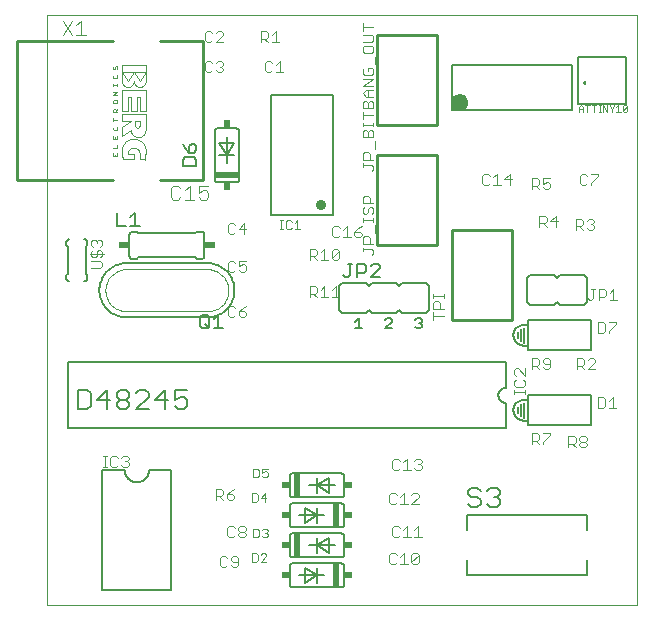
<source format=gto>
G75*
G70*
%OFA0B0*%
%FSLAX24Y24*%
%IPPOS*%
%LPD*%
%AMOC8*
5,1,8,0,0,1.08239X$1,22.5*
%
%ADD10C,0.0000*%
%ADD11C,0.0060*%
%ADD12C,0.0080*%
%ADD13C,0.0348*%
%ADD14C,0.0030*%
%ADD15C,0.0100*%
%ADD16C,0.0020*%
%ADD17C,0.0010*%
%ADD18C,0.0040*%
%ADD19R,0.0340X0.0240*%
%ADD20C,0.0050*%
%ADD21C,0.0001*%
%ADD22R,0.0200X0.0800*%
%ADD23R,0.0250X0.0200*%
%ADD24R,0.0800X0.0200*%
%ADD25R,0.0200X0.0250*%
D10*
X001180Y001180D02*
X001180Y020865D01*
X020865Y020865D01*
X020865Y001180D01*
X001180Y001180D01*
X019066Y018569D02*
X019058Y018578D01*
X019052Y018589D01*
X019050Y018601D01*
X019052Y018613D01*
X019058Y018624D01*
X019066Y018633D01*
X019077Y018639D01*
X019089Y018641D01*
X019102Y018639D01*
X019113Y018633D01*
X019121Y018624D01*
X019127Y018613D01*
X019129Y018601D01*
X019127Y018589D01*
X019121Y018578D01*
X019113Y018569D01*
X019102Y018564D01*
X019089Y018562D01*
X019077Y018564D01*
X019066Y018569D01*
D11*
X019080Y012180D02*
X018280Y012180D01*
X018180Y012080D01*
X018080Y012180D01*
X017280Y012180D01*
X017180Y012080D01*
X017180Y011280D01*
X017280Y011180D01*
X018080Y011180D01*
X018180Y011280D01*
X018280Y011180D01*
X019080Y011180D01*
X019180Y011280D01*
X019180Y012080D01*
X019080Y012180D01*
X019330Y010680D02*
X017230Y010680D01*
X017230Y010530D01*
X017230Y009830D01*
X017080Y009830D01*
X017080Y009930D02*
X017080Y010430D01*
X017080Y010530D02*
X017230Y010530D01*
X016980Y010380D02*
X016980Y009980D01*
X016880Y010080D02*
X016880Y010280D01*
X017080Y010530D02*
X017043Y010528D01*
X017007Y010522D01*
X016972Y010513D01*
X016938Y010500D01*
X016905Y010483D01*
X016874Y010463D01*
X016846Y010440D01*
X016820Y010414D01*
X016797Y010386D01*
X016777Y010355D01*
X016760Y010322D01*
X016747Y010288D01*
X016738Y010253D01*
X016732Y010217D01*
X016730Y010180D01*
X016732Y010143D01*
X016738Y010107D01*
X016747Y010072D01*
X016760Y010038D01*
X016777Y010005D01*
X016797Y009974D01*
X016820Y009946D01*
X016846Y009920D01*
X016874Y009897D01*
X016905Y009877D01*
X016938Y009860D01*
X016972Y009847D01*
X017007Y009838D01*
X017043Y009832D01*
X017080Y009830D01*
X017230Y009830D02*
X017230Y009680D01*
X019330Y009680D01*
X019330Y010680D01*
X019330Y008180D02*
X017230Y008180D01*
X017230Y008030D01*
X017230Y007330D01*
X017080Y007330D01*
X017080Y007430D02*
X017080Y007930D01*
X017080Y008030D02*
X017230Y008030D01*
X016980Y007880D02*
X016980Y007480D01*
X016880Y007580D02*
X016880Y007780D01*
X017080Y008030D02*
X017043Y008028D01*
X017007Y008022D01*
X016972Y008013D01*
X016938Y008000D01*
X016905Y007983D01*
X016874Y007963D01*
X016846Y007940D01*
X016820Y007914D01*
X016797Y007886D01*
X016777Y007855D01*
X016760Y007822D01*
X016747Y007788D01*
X016738Y007753D01*
X016732Y007717D01*
X016730Y007680D01*
X016732Y007643D01*
X016738Y007607D01*
X016747Y007572D01*
X016760Y007538D01*
X016777Y007505D01*
X016797Y007474D01*
X016820Y007446D01*
X016846Y007420D01*
X016874Y007397D01*
X016905Y007377D01*
X016938Y007360D01*
X016972Y007347D01*
X017007Y007338D01*
X017043Y007332D01*
X017080Y007330D01*
X017230Y007330D02*
X017230Y007180D01*
X019330Y007180D01*
X019330Y008180D01*
X016480Y008430D02*
X016450Y008428D01*
X016420Y008423D01*
X016391Y008414D01*
X016364Y008401D01*
X016338Y008386D01*
X016314Y008367D01*
X016293Y008346D01*
X016274Y008322D01*
X016259Y008296D01*
X016246Y008269D01*
X016237Y008240D01*
X016232Y008210D01*
X016230Y008180D01*
X016232Y008150D01*
X016237Y008120D01*
X016246Y008091D01*
X016259Y008064D01*
X016274Y008038D01*
X016293Y008014D01*
X016314Y007993D01*
X016338Y007974D01*
X016364Y007959D01*
X016391Y007946D01*
X016420Y007937D01*
X016450Y007932D01*
X016480Y007930D01*
X016480Y007080D01*
X001880Y007080D01*
X001880Y009280D01*
X016480Y009280D01*
X016480Y008430D01*
X013930Y011030D02*
X013930Y011830D01*
X013830Y011930D01*
X013030Y011930D01*
X012930Y011830D01*
X012830Y011930D01*
X012030Y011930D01*
X011930Y011830D01*
X011830Y011930D01*
X011030Y011930D01*
X010930Y011830D01*
X010930Y011030D01*
X011030Y010930D01*
X011830Y010930D01*
X011930Y011030D01*
X012030Y010930D01*
X012830Y010930D01*
X012930Y011030D01*
X013030Y010930D01*
X013830Y010930D01*
X013930Y011030D01*
X010980Y005580D02*
X009380Y005580D01*
X009363Y005578D01*
X009346Y005574D01*
X009330Y005567D01*
X009316Y005557D01*
X009303Y005544D01*
X009293Y005530D01*
X009286Y005514D01*
X009282Y005497D01*
X009280Y005480D01*
X009280Y004880D01*
X009282Y004863D01*
X009286Y004846D01*
X009293Y004830D01*
X009303Y004816D01*
X009316Y004803D01*
X009330Y004793D01*
X009346Y004786D01*
X009363Y004782D01*
X009380Y004780D01*
X010980Y004780D01*
X010997Y004782D01*
X011014Y004786D01*
X011030Y004793D01*
X011044Y004803D01*
X011057Y004816D01*
X011067Y004830D01*
X011074Y004846D01*
X011078Y004863D01*
X011080Y004880D01*
X011080Y005480D01*
X011078Y005497D01*
X011074Y005514D01*
X011067Y005530D01*
X011057Y005544D01*
X011044Y005557D01*
X011030Y005567D01*
X011014Y005574D01*
X010997Y005578D01*
X010980Y005580D01*
X010780Y005180D02*
X010180Y005180D01*
X010180Y004930D01*
X010180Y005180D02*
X009930Y005180D01*
X010180Y005180D02*
X010180Y005430D01*
X010180Y005180D02*
X010580Y005430D01*
X010580Y004930D01*
X010180Y005180D01*
X010980Y004580D02*
X009380Y004580D01*
X009363Y004578D01*
X009346Y004574D01*
X009330Y004567D01*
X009316Y004557D01*
X009303Y004544D01*
X009293Y004530D01*
X009286Y004514D01*
X009282Y004497D01*
X009280Y004480D01*
X009280Y003880D01*
X009282Y003863D01*
X009286Y003846D01*
X009293Y003830D01*
X009303Y003816D01*
X009316Y003803D01*
X009330Y003793D01*
X009346Y003786D01*
X009363Y003782D01*
X009380Y003780D01*
X010980Y003780D01*
X010997Y003782D01*
X011014Y003786D01*
X011030Y003793D01*
X011044Y003803D01*
X011057Y003816D01*
X011067Y003830D01*
X011074Y003846D01*
X011078Y003863D01*
X011080Y003880D01*
X011080Y004480D01*
X011078Y004497D01*
X011074Y004514D01*
X011067Y004530D01*
X011057Y004544D01*
X011044Y004557D01*
X011030Y004567D01*
X011014Y004574D01*
X010997Y004578D01*
X010980Y004580D01*
X010430Y004180D02*
X010180Y004180D01*
X010180Y004430D01*
X010180Y004180D02*
X010180Y003930D01*
X010180Y004180D02*
X009780Y003930D01*
X009780Y004430D01*
X010180Y004180D01*
X009580Y004180D01*
X009380Y003580D02*
X010980Y003580D01*
X010997Y003578D01*
X011014Y003574D01*
X011030Y003567D01*
X011044Y003557D01*
X011057Y003544D01*
X011067Y003530D01*
X011074Y003514D01*
X011078Y003497D01*
X011080Y003480D01*
X011080Y002880D01*
X011078Y002863D01*
X011074Y002846D01*
X011067Y002830D01*
X011057Y002816D01*
X011044Y002803D01*
X011030Y002793D01*
X011014Y002786D01*
X010997Y002782D01*
X010980Y002780D01*
X009380Y002780D01*
X009363Y002782D01*
X009346Y002786D01*
X009330Y002793D01*
X009316Y002803D01*
X009303Y002816D01*
X009293Y002830D01*
X009286Y002846D01*
X009282Y002863D01*
X009280Y002880D01*
X009280Y003480D01*
X009282Y003497D01*
X009286Y003514D01*
X009293Y003530D01*
X009303Y003544D01*
X009316Y003557D01*
X009330Y003567D01*
X009346Y003574D01*
X009363Y003578D01*
X009380Y003580D01*
X009930Y003180D02*
X010180Y003180D01*
X010180Y002930D01*
X010180Y003180D02*
X010180Y003430D01*
X010180Y003180D02*
X010580Y003430D01*
X010580Y002930D01*
X010180Y003180D01*
X010780Y003180D01*
X010980Y002580D02*
X009380Y002580D01*
X009363Y002578D01*
X009346Y002574D01*
X009330Y002567D01*
X009316Y002557D01*
X009303Y002544D01*
X009293Y002530D01*
X009286Y002514D01*
X009282Y002497D01*
X009280Y002480D01*
X009280Y001880D01*
X009282Y001863D01*
X009286Y001846D01*
X009293Y001830D01*
X009303Y001816D01*
X009316Y001803D01*
X009330Y001793D01*
X009346Y001786D01*
X009363Y001782D01*
X009380Y001780D01*
X010980Y001780D01*
X010997Y001782D01*
X011014Y001786D01*
X011030Y001793D01*
X011044Y001803D01*
X011057Y001816D01*
X011067Y001830D01*
X011074Y001846D01*
X011078Y001863D01*
X011080Y001880D01*
X011080Y002480D01*
X011078Y002497D01*
X011074Y002514D01*
X011067Y002530D01*
X011057Y002544D01*
X011044Y002557D01*
X011030Y002567D01*
X011014Y002574D01*
X010997Y002578D01*
X010980Y002580D01*
X010430Y002180D02*
X010180Y002180D01*
X010180Y002430D01*
X010180Y002180D02*
X010180Y001930D01*
X010180Y002180D02*
X009780Y001930D01*
X009780Y002430D01*
X010180Y002180D01*
X009580Y002180D01*
X005330Y001680D02*
X003030Y001680D01*
X003030Y005680D01*
X003780Y005680D01*
X003782Y005641D01*
X003788Y005602D01*
X003797Y005564D01*
X003810Y005527D01*
X003827Y005491D01*
X003847Y005458D01*
X003871Y005426D01*
X003897Y005397D01*
X003926Y005371D01*
X003958Y005347D01*
X003991Y005327D01*
X004027Y005310D01*
X004064Y005297D01*
X004102Y005288D01*
X004141Y005282D01*
X004180Y005280D01*
X004219Y005282D01*
X004258Y005288D01*
X004296Y005297D01*
X004333Y005310D01*
X004369Y005327D01*
X004402Y005347D01*
X004434Y005371D01*
X004463Y005397D01*
X004489Y005426D01*
X004513Y005458D01*
X004533Y005491D01*
X004550Y005527D01*
X004563Y005564D01*
X004572Y005602D01*
X004578Y005641D01*
X004580Y005680D01*
X005330Y005680D01*
X005330Y001680D01*
X005540Y007710D02*
X005433Y007817D01*
X005540Y007710D02*
X005753Y007710D01*
X005860Y007817D01*
X005860Y008030D01*
X005753Y008137D01*
X005646Y008137D01*
X005433Y008030D01*
X005433Y008351D01*
X005860Y008351D01*
X005215Y008030D02*
X004788Y008030D01*
X005108Y008351D01*
X005108Y007710D01*
X004571Y007710D02*
X004144Y007710D01*
X004571Y008137D01*
X004571Y008244D01*
X004464Y008351D01*
X004250Y008351D01*
X004144Y008244D01*
X003926Y008244D02*
X003926Y008137D01*
X003819Y008030D01*
X003606Y008030D01*
X003499Y008137D01*
X003499Y008244D01*
X003606Y008351D01*
X003819Y008351D01*
X003926Y008244D01*
X003819Y008030D02*
X003926Y007924D01*
X003926Y007817D01*
X003819Y007710D01*
X003606Y007710D01*
X003499Y007817D01*
X003499Y007924D01*
X003606Y008030D01*
X003282Y008030D02*
X002855Y008030D01*
X003175Y008351D01*
X003175Y007710D01*
X002637Y007817D02*
X002637Y008244D01*
X002530Y008351D01*
X002210Y008351D01*
X002210Y007710D01*
X002530Y007710D01*
X002637Y007817D01*
X003830Y010780D02*
X006530Y010780D01*
X006589Y010782D01*
X006647Y010788D01*
X006706Y010797D01*
X006763Y010811D01*
X006819Y010828D01*
X006874Y010849D01*
X006928Y010873D01*
X006980Y010901D01*
X007030Y010932D01*
X007078Y010966D01*
X007123Y011003D01*
X007166Y011044D01*
X007207Y011087D01*
X007244Y011132D01*
X007278Y011180D01*
X007309Y011230D01*
X007337Y011282D01*
X007361Y011336D01*
X007382Y011391D01*
X007399Y011447D01*
X007413Y011504D01*
X007422Y011563D01*
X007428Y011621D01*
X007430Y011680D01*
X007428Y011739D01*
X007422Y011797D01*
X007413Y011856D01*
X007399Y011913D01*
X007382Y011969D01*
X007361Y012024D01*
X007337Y012078D01*
X007309Y012130D01*
X007278Y012180D01*
X007244Y012228D01*
X007207Y012273D01*
X007166Y012316D01*
X007123Y012357D01*
X007078Y012394D01*
X007030Y012428D01*
X006980Y012459D01*
X006928Y012487D01*
X006874Y012511D01*
X006819Y012532D01*
X006763Y012549D01*
X006706Y012563D01*
X006647Y012572D01*
X006589Y012578D01*
X006530Y012580D01*
X003830Y012580D01*
X004030Y012730D02*
X004180Y012730D01*
X004230Y012780D01*
X006130Y012780D01*
X006180Y012730D01*
X006330Y012730D01*
X006347Y012732D01*
X006364Y012736D01*
X006380Y012743D01*
X006394Y012753D01*
X006407Y012766D01*
X006417Y012780D01*
X006424Y012796D01*
X006428Y012813D01*
X006430Y012830D01*
X006430Y013530D01*
X006428Y013547D01*
X006424Y013564D01*
X006417Y013580D01*
X006407Y013594D01*
X006394Y013607D01*
X006380Y013617D01*
X006364Y013624D01*
X006347Y013628D01*
X006330Y013630D01*
X006180Y013630D01*
X006130Y013580D01*
X004230Y013580D01*
X004180Y013630D01*
X004030Y013630D01*
X004013Y013628D01*
X003996Y013624D01*
X003980Y013617D01*
X003966Y013607D01*
X003953Y013594D01*
X003943Y013580D01*
X003936Y013564D01*
X003932Y013547D01*
X003930Y013530D01*
X003930Y012830D01*
X003932Y012813D01*
X003936Y012796D01*
X003943Y012780D01*
X003953Y012766D01*
X003966Y012753D01*
X003980Y012743D01*
X003996Y012736D01*
X004013Y012732D01*
X004030Y012730D01*
X003830Y012580D02*
X003771Y012578D01*
X003713Y012572D01*
X003654Y012563D01*
X003597Y012549D01*
X003541Y012532D01*
X003486Y012511D01*
X003432Y012487D01*
X003380Y012459D01*
X003330Y012428D01*
X003282Y012394D01*
X003237Y012357D01*
X003194Y012316D01*
X003153Y012273D01*
X003116Y012228D01*
X003082Y012180D01*
X003051Y012130D01*
X003023Y012078D01*
X002999Y012024D01*
X002978Y011969D01*
X002961Y011913D01*
X002947Y011856D01*
X002938Y011797D01*
X002932Y011739D01*
X002930Y011680D01*
X002932Y011621D01*
X002938Y011563D01*
X002947Y011504D01*
X002961Y011447D01*
X002978Y011391D01*
X002999Y011336D01*
X003023Y011282D01*
X003051Y011230D01*
X003082Y011180D01*
X003116Y011132D01*
X003153Y011087D01*
X003194Y011044D01*
X003237Y011003D01*
X003282Y010966D01*
X003330Y010932D01*
X003380Y010901D01*
X003432Y010873D01*
X003486Y010849D01*
X003541Y010828D01*
X003597Y010811D01*
X003654Y010797D01*
X003713Y010788D01*
X003771Y010782D01*
X003830Y010780D01*
X002530Y012080D02*
X002530Y012180D01*
X002480Y012230D01*
X002480Y013130D01*
X002530Y013180D01*
X002530Y013280D01*
X002528Y013297D01*
X002524Y013314D01*
X002517Y013330D01*
X002507Y013344D01*
X002494Y013357D01*
X002480Y013367D01*
X002464Y013374D01*
X002447Y013378D01*
X002430Y013380D01*
X001930Y013380D02*
X001913Y013378D01*
X001896Y013374D01*
X001880Y013367D01*
X001866Y013357D01*
X001853Y013344D01*
X001843Y013330D01*
X001836Y013314D01*
X001832Y013297D01*
X001830Y013280D01*
X001830Y013180D01*
X001880Y013130D01*
X001880Y012230D01*
X001830Y012180D01*
X001830Y012080D01*
X001832Y012063D01*
X001836Y012046D01*
X001843Y012030D01*
X001853Y012016D01*
X001866Y012003D01*
X001880Y011993D01*
X001896Y011986D01*
X001913Y011982D01*
X001930Y011980D01*
X002430Y011980D02*
X002447Y011982D01*
X002464Y011986D01*
X002480Y011993D01*
X002494Y012003D01*
X002507Y012016D01*
X002517Y012030D01*
X002524Y012046D01*
X002528Y012063D01*
X002530Y012080D01*
X006780Y015380D02*
X006780Y016980D01*
X006782Y016997D01*
X006786Y017014D01*
X006793Y017030D01*
X006803Y017044D01*
X006816Y017057D01*
X006830Y017067D01*
X006846Y017074D01*
X006863Y017078D01*
X006880Y017080D01*
X007480Y017080D01*
X007497Y017078D01*
X007514Y017074D01*
X007530Y017067D01*
X007544Y017057D01*
X007557Y017044D01*
X007567Y017030D01*
X007574Y017014D01*
X007578Y016997D01*
X007580Y016980D01*
X007580Y015380D01*
X007578Y015363D01*
X007574Y015346D01*
X007567Y015330D01*
X007557Y015316D01*
X007544Y015303D01*
X007530Y015293D01*
X007514Y015286D01*
X007497Y015282D01*
X007480Y015280D01*
X006880Y015280D01*
X006863Y015282D01*
X006846Y015286D01*
X006830Y015293D01*
X006816Y015303D01*
X006803Y015316D01*
X006793Y015330D01*
X006786Y015346D01*
X006782Y015363D01*
X006780Y015380D01*
X007180Y015930D02*
X007180Y016180D01*
X007430Y016180D01*
X007180Y016180D02*
X006930Y016180D01*
X007180Y016180D02*
X006930Y016580D01*
X007430Y016580D01*
X007180Y016180D01*
X007180Y016780D01*
X015317Y005101D02*
X015210Y004994D01*
X015210Y004887D01*
X015317Y004780D01*
X015530Y004780D01*
X015637Y004674D01*
X015637Y004567D01*
X015530Y004460D01*
X015317Y004460D01*
X015210Y004567D01*
X015317Y005101D02*
X015530Y005101D01*
X015637Y004994D01*
X015855Y004994D02*
X015961Y005101D01*
X016175Y005101D01*
X016282Y004994D01*
X016282Y004887D01*
X016175Y004780D01*
X016282Y004674D01*
X016282Y004567D01*
X016175Y004460D01*
X015961Y004460D01*
X015855Y004567D01*
X016068Y004780D02*
X016175Y004780D01*
D12*
X015180Y004180D02*
X015180Y003680D01*
X015180Y004180D02*
X019180Y004180D01*
X019180Y003680D01*
X019180Y002680D02*
X019180Y002180D01*
X015180Y002180D01*
X015180Y002680D01*
X010704Y014172D02*
X008656Y014172D01*
X008656Y018188D01*
X010704Y018188D01*
X010704Y014172D01*
D13*
X010320Y014526D03*
D14*
X010757Y013815D02*
X010695Y013754D01*
X010695Y013507D01*
X010757Y013445D01*
X010880Y013445D01*
X010942Y013507D01*
X011063Y013445D02*
X011310Y013445D01*
X011187Y013445D02*
X011187Y013815D01*
X011063Y013692D01*
X010942Y013754D02*
X010880Y013815D01*
X010757Y013815D01*
X011432Y013630D02*
X011617Y013630D01*
X011679Y013568D01*
X011679Y013507D01*
X011617Y013445D01*
X011493Y013445D01*
X011432Y013507D01*
X011432Y013630D01*
X011555Y013754D01*
X011679Y013815D01*
X010924Y013004D02*
X010924Y012757D01*
X010862Y012695D01*
X010738Y012695D01*
X010677Y012757D01*
X010924Y013004D01*
X010862Y013065D01*
X010738Y013065D01*
X010677Y013004D01*
X010677Y012757D01*
X010555Y012695D02*
X010308Y012695D01*
X010187Y012695D02*
X010063Y012818D01*
X010125Y012818D02*
X009940Y012818D01*
X009940Y012695D02*
X009940Y013065D01*
X010125Y013065D01*
X010187Y013004D01*
X010187Y012880D01*
X010125Y012818D01*
X010308Y012942D02*
X010432Y013065D01*
X010432Y012695D01*
X010432Y011815D02*
X010432Y011445D01*
X010555Y011445D02*
X010308Y011445D01*
X010187Y011445D02*
X010063Y011568D01*
X010125Y011568D02*
X009940Y011568D01*
X009940Y011445D02*
X009940Y011815D01*
X010125Y011815D01*
X010187Y011754D01*
X010187Y011630D01*
X010125Y011568D01*
X010308Y011692D02*
X010432Y011815D01*
X010677Y011692D02*
X010800Y011815D01*
X010800Y011445D01*
X010677Y011445D02*
X010924Y011445D01*
X009629Y013719D02*
X009436Y013719D01*
X009532Y013719D02*
X009532Y014009D01*
X009436Y013913D01*
X009335Y013961D02*
X009286Y014009D01*
X009189Y014009D01*
X009141Y013961D01*
X009141Y013767D01*
X009189Y013719D01*
X009286Y013719D01*
X009335Y013767D01*
X009041Y013719D02*
X008945Y013719D01*
X008993Y013719D02*
X008993Y014009D01*
X008945Y014009D02*
X009041Y014009D01*
X007824Y013730D02*
X007577Y013730D01*
X007762Y013915D01*
X007762Y013545D01*
X007455Y013607D02*
X007394Y013545D01*
X007270Y013545D01*
X007208Y013607D01*
X007208Y013854D01*
X007270Y013915D01*
X007394Y013915D01*
X007455Y013854D01*
X007394Y012665D02*
X007270Y012665D01*
X007208Y012604D01*
X007208Y012357D01*
X007270Y012295D01*
X007394Y012295D01*
X007455Y012357D01*
X007577Y012357D02*
X007638Y012295D01*
X007762Y012295D01*
X007824Y012357D01*
X007824Y012480D01*
X007762Y012542D01*
X007700Y012542D01*
X007577Y012480D01*
X007577Y012665D01*
X007824Y012665D01*
X007455Y012604D02*
X007394Y012665D01*
X007394Y011165D02*
X007270Y011165D01*
X007208Y011104D01*
X007208Y010857D01*
X007270Y010795D01*
X007394Y010795D01*
X007455Y010857D01*
X007577Y010857D02*
X007577Y010980D01*
X007762Y010980D01*
X007824Y010918D01*
X007824Y010857D01*
X007762Y010795D01*
X007638Y010795D01*
X007577Y010857D01*
X007577Y010980D02*
X007700Y011104D01*
X007824Y011165D01*
X007455Y011104D02*
X007394Y011165D01*
X012695Y006004D02*
X012695Y005757D01*
X012757Y005695D01*
X012880Y005695D01*
X012942Y005757D01*
X013063Y005695D02*
X013310Y005695D01*
X013187Y005695D02*
X013187Y006065D01*
X013063Y005942D01*
X012942Y006004D02*
X012880Y006065D01*
X012757Y006065D01*
X012695Y006004D01*
X013432Y006004D02*
X013493Y006065D01*
X013617Y006065D01*
X013679Y006004D01*
X013679Y005942D01*
X013617Y005880D01*
X013679Y005818D01*
X013679Y005757D01*
X013617Y005695D01*
X013493Y005695D01*
X013432Y005757D01*
X013555Y005880D02*
X013617Y005880D01*
X013512Y004915D02*
X013388Y004915D01*
X013327Y004854D01*
X013512Y004915D02*
X013574Y004854D01*
X013574Y004792D01*
X013327Y004545D01*
X013574Y004545D01*
X013205Y004545D02*
X012958Y004545D01*
X013082Y004545D02*
X013082Y004915D01*
X012958Y004792D01*
X012837Y004854D02*
X012775Y004915D01*
X012652Y004915D01*
X012590Y004854D01*
X012590Y004607D01*
X012652Y004545D01*
X012775Y004545D01*
X012837Y004607D01*
X012880Y003815D02*
X012757Y003815D01*
X012695Y003754D01*
X012695Y003507D01*
X012757Y003445D01*
X012880Y003445D01*
X012942Y003507D01*
X013063Y003445D02*
X013310Y003445D01*
X013432Y003445D02*
X013679Y003445D01*
X013555Y003445D02*
X013555Y003815D01*
X013432Y003692D01*
X013187Y003815D02*
X013187Y003445D01*
X013063Y003692D02*
X013187Y003815D01*
X012942Y003754D02*
X012880Y003815D01*
X012775Y002915D02*
X012652Y002915D01*
X012590Y002854D01*
X012590Y002607D01*
X012652Y002545D01*
X012775Y002545D01*
X012837Y002607D01*
X012958Y002545D02*
X013205Y002545D01*
X013082Y002545D02*
X013082Y002915D01*
X012958Y002792D01*
X012837Y002854D02*
X012775Y002915D01*
X013327Y002854D02*
X013327Y002607D01*
X013574Y002854D01*
X013574Y002607D01*
X013512Y002545D01*
X013388Y002545D01*
X013327Y002607D01*
X013327Y002854D02*
X013388Y002915D01*
X013512Y002915D01*
X013574Y002854D01*
X017345Y006545D02*
X017345Y006915D01*
X017530Y006915D01*
X017592Y006854D01*
X017592Y006730D01*
X017530Y006668D01*
X017345Y006668D01*
X017468Y006668D02*
X017592Y006545D01*
X017713Y006545D02*
X017713Y006607D01*
X017960Y006854D01*
X017960Y006915D01*
X017713Y006915D01*
X018558Y006815D02*
X018558Y006445D01*
X018558Y006568D02*
X018744Y006568D01*
X018805Y006630D01*
X018805Y006754D01*
X018744Y006815D01*
X018558Y006815D01*
X018682Y006568D02*
X018805Y006445D01*
X018927Y006507D02*
X018927Y006568D01*
X018988Y006630D01*
X019112Y006630D01*
X019174Y006568D01*
X019174Y006507D01*
X019112Y006445D01*
X018988Y006445D01*
X018927Y006507D01*
X018988Y006630D02*
X018927Y006692D01*
X018927Y006754D01*
X018988Y006815D01*
X019112Y006815D01*
X019174Y006754D01*
X019174Y006692D01*
X019112Y006630D01*
X019092Y009045D02*
X018968Y009168D01*
X019030Y009168D02*
X018845Y009168D01*
X018845Y009045D02*
X018845Y009415D01*
X019030Y009415D01*
X019092Y009354D01*
X019092Y009230D01*
X019030Y009168D01*
X019213Y009045D02*
X019460Y009292D01*
X019460Y009354D01*
X019398Y009415D01*
X019275Y009415D01*
X019213Y009354D01*
X019213Y009045D02*
X019460Y009045D01*
X017960Y009107D02*
X017960Y009354D01*
X017898Y009415D01*
X017775Y009415D01*
X017713Y009354D01*
X017713Y009292D01*
X017775Y009230D01*
X017960Y009230D01*
X017960Y009107D02*
X017898Y009045D01*
X017775Y009045D01*
X017713Y009107D01*
X017592Y009045D02*
X017468Y009168D01*
X017530Y009168D02*
X017345Y009168D01*
X017345Y009045D02*
X017345Y009415D01*
X017530Y009415D01*
X017592Y009354D01*
X017592Y009230D01*
X017530Y009168D01*
X017595Y013795D02*
X017595Y014165D01*
X017780Y014165D01*
X017842Y014104D01*
X017842Y013980D01*
X017780Y013918D01*
X017595Y013918D01*
X017718Y013918D02*
X017842Y013795D01*
X017963Y013980D02*
X018210Y013980D01*
X018148Y013795D02*
X018148Y014165D01*
X017963Y013980D01*
X018808Y014065D02*
X018808Y013695D01*
X018808Y013818D02*
X018994Y013818D01*
X019055Y013880D01*
X019055Y014004D01*
X018994Y014065D01*
X018808Y014065D01*
X018932Y013818D02*
X019055Y013695D01*
X019177Y013757D02*
X019238Y013695D01*
X019362Y013695D01*
X019424Y013757D01*
X019424Y013818D01*
X019362Y013880D01*
X019300Y013880D01*
X019362Y013880D02*
X019424Y013942D01*
X019424Y014004D01*
X019362Y014065D01*
X019238Y014065D01*
X019177Y014004D01*
X019130Y015195D02*
X019192Y015257D01*
X019130Y015195D02*
X019007Y015195D01*
X018945Y015257D01*
X018945Y015504D01*
X019007Y015565D01*
X019130Y015565D01*
X019192Y015504D01*
X019313Y015565D02*
X019560Y015565D01*
X019560Y015504D01*
X019313Y015257D01*
X019313Y015195D01*
X017960Y015230D02*
X017960Y015107D01*
X017898Y015045D01*
X017775Y015045D01*
X017713Y015107D01*
X017713Y015230D02*
X017837Y015292D01*
X017898Y015292D01*
X017960Y015230D01*
X017960Y015415D02*
X017713Y015415D01*
X017713Y015230D01*
X017592Y015230D02*
X017530Y015168D01*
X017345Y015168D01*
X017345Y015045D02*
X017345Y015415D01*
X017530Y015415D01*
X017592Y015354D01*
X017592Y015230D01*
X017468Y015168D02*
X017592Y015045D01*
X016679Y015380D02*
X016432Y015380D01*
X016617Y015565D01*
X016617Y015195D01*
X016310Y015195D02*
X016063Y015195D01*
X016187Y015195D02*
X016187Y015565D01*
X016063Y015442D01*
X015942Y015504D02*
X015880Y015565D01*
X015757Y015565D01*
X015695Y015504D01*
X015695Y015257D01*
X015757Y015195D01*
X015880Y015195D01*
X015942Y015257D01*
X009060Y018945D02*
X008813Y018945D01*
X008937Y018945D02*
X008937Y019315D01*
X008813Y019192D01*
X008692Y019254D02*
X008630Y019315D01*
X008507Y019315D01*
X008445Y019254D01*
X008445Y019007D01*
X008507Y018945D01*
X008630Y018945D01*
X008692Y019007D01*
X008677Y019945D02*
X008924Y019945D01*
X008800Y019945D02*
X008800Y020315D01*
X008677Y020192D01*
X008555Y020254D02*
X008555Y020130D01*
X008494Y020068D01*
X008308Y020068D01*
X008308Y019945D02*
X008308Y020315D01*
X008494Y020315D01*
X008555Y020254D01*
X008432Y020068D02*
X008555Y019945D01*
X007060Y019945D02*
X006813Y019945D01*
X007060Y020192D01*
X007060Y020254D01*
X006998Y020315D01*
X006875Y020315D01*
X006813Y020254D01*
X006692Y020254D02*
X006630Y020315D01*
X006507Y020315D01*
X006445Y020254D01*
X006445Y020007D01*
X006507Y019945D01*
X006630Y019945D01*
X006692Y020007D01*
X006630Y019315D02*
X006507Y019315D01*
X006445Y019254D01*
X006445Y019007D01*
X006507Y018945D01*
X006630Y018945D01*
X006692Y019007D01*
X006813Y019007D02*
X006875Y018945D01*
X006998Y018945D01*
X007060Y019007D01*
X007060Y019068D01*
X006998Y019130D01*
X006937Y019130D01*
X006998Y019130D02*
X007060Y019192D01*
X007060Y019254D01*
X006998Y019315D01*
X006875Y019315D01*
X006813Y019254D01*
X006692Y019254D02*
X006630Y019315D01*
X008045Y005735D02*
X008190Y005735D01*
X008238Y005687D01*
X008238Y005493D01*
X008190Y005445D01*
X008045Y005445D01*
X008045Y005735D01*
X008340Y005735D02*
X008340Y005590D01*
X008436Y005638D01*
X008485Y005638D01*
X008533Y005590D01*
X008533Y005493D01*
X008485Y005445D01*
X008388Y005445D01*
X008340Y005493D01*
X008340Y005735D02*
X008533Y005735D01*
X008445Y004915D02*
X008300Y004770D01*
X008494Y004770D01*
X008445Y004625D02*
X008445Y004915D01*
X008199Y004867D02*
X008199Y004673D01*
X008151Y004625D01*
X008006Y004625D01*
X008006Y004915D01*
X008151Y004915D01*
X008199Y004867D01*
X007424Y004818D02*
X007362Y004880D01*
X007177Y004880D01*
X007177Y004757D01*
X007238Y004695D01*
X007362Y004695D01*
X007424Y004757D01*
X007424Y004818D01*
X007300Y005004D02*
X007177Y004880D01*
X007055Y004880D02*
X007055Y005004D01*
X006994Y005065D01*
X006808Y005065D01*
X006808Y004695D01*
X006808Y004818D02*
X006994Y004818D01*
X007055Y004880D01*
X006932Y004818D02*
X007055Y004695D01*
X007300Y005004D02*
X007424Y005065D01*
X007380Y003815D02*
X007257Y003815D01*
X007195Y003754D01*
X007195Y003507D01*
X007257Y003445D01*
X007380Y003445D01*
X007442Y003507D01*
X007563Y003507D02*
X007563Y003568D01*
X007625Y003630D01*
X007748Y003630D01*
X007810Y003568D01*
X007810Y003507D01*
X007748Y003445D01*
X007625Y003445D01*
X007563Y003507D01*
X007625Y003630D02*
X007563Y003692D01*
X007563Y003754D01*
X007625Y003815D01*
X007748Y003815D01*
X007810Y003754D01*
X007810Y003692D01*
X007748Y003630D01*
X007442Y003754D02*
X007380Y003815D01*
X008045Y003735D02*
X008045Y003445D01*
X008190Y003445D01*
X008238Y003493D01*
X008238Y003687D01*
X008190Y003735D01*
X008045Y003735D01*
X008340Y003687D02*
X008388Y003735D01*
X008485Y003735D01*
X008533Y003687D01*
X008533Y003638D01*
X008485Y003590D01*
X008533Y003542D01*
X008533Y003493D01*
X008485Y003445D01*
X008388Y003445D01*
X008340Y003493D01*
X008436Y003590D02*
X008485Y003590D01*
X008445Y002915D02*
X008349Y002915D01*
X008300Y002867D01*
X008199Y002867D02*
X008199Y002673D01*
X008151Y002625D01*
X008006Y002625D01*
X008006Y002915D01*
X008151Y002915D01*
X008199Y002867D01*
X008445Y002915D02*
X008494Y002867D01*
X008494Y002818D01*
X008300Y002625D01*
X008494Y002625D01*
X007560Y002630D02*
X007375Y002630D01*
X007313Y002692D01*
X007313Y002754D01*
X007375Y002815D01*
X007498Y002815D01*
X007560Y002754D01*
X007560Y002507D01*
X007498Y002445D01*
X007375Y002445D01*
X007313Y002507D01*
X007192Y002507D02*
X007130Y002445D01*
X007007Y002445D01*
X006945Y002507D01*
X006945Y002754D01*
X007007Y002815D01*
X007130Y002815D01*
X007192Y002754D01*
D15*
X014680Y010680D02*
X016680Y010680D01*
X016680Y013680D01*
X014680Y013680D01*
X014680Y010680D01*
X014180Y013180D02*
X012180Y013180D01*
X012180Y016180D01*
X014180Y016180D01*
X014180Y013180D01*
X014180Y017180D02*
X012180Y017180D01*
X012180Y020180D01*
X014180Y020180D01*
X014180Y017180D01*
X006385Y015357D02*
X004934Y015357D01*
X006385Y015357D02*
X006385Y020003D01*
X004934Y020003D01*
X003385Y020003D02*
X000184Y020003D01*
X000184Y015357D01*
X003385Y015357D01*
D16*
X003729Y016040D02*
X004074Y016040D01*
X004074Y016237D01*
X004271Y016237D02*
X004269Y016264D01*
X004264Y016290D01*
X004255Y016315D01*
X004242Y016339D01*
X004227Y016361D01*
X004208Y016381D01*
X004188Y016398D01*
X004165Y016412D01*
X004140Y016423D01*
X004114Y016430D01*
X004087Y016434D01*
X004061Y016434D01*
X004034Y016430D01*
X004008Y016423D01*
X003983Y016412D01*
X003960Y016398D01*
X003940Y016381D01*
X003921Y016361D01*
X003906Y016339D01*
X003893Y016315D01*
X003884Y016290D01*
X003879Y016264D01*
X003877Y016237D01*
X004074Y016237D01*
X004468Y016336D02*
X004466Y016375D01*
X004460Y016413D01*
X004451Y016450D01*
X004438Y016487D01*
X004421Y016522D01*
X004402Y016555D01*
X004379Y016586D01*
X004353Y016615D01*
X004324Y016641D01*
X004293Y016664D01*
X004260Y016683D01*
X004225Y016700D01*
X004188Y016713D01*
X004151Y016722D01*
X004113Y016728D01*
X004074Y016730D01*
X004035Y016728D01*
X003997Y016722D01*
X003960Y016713D01*
X003923Y016700D01*
X003888Y016683D01*
X003855Y016664D01*
X003824Y016641D01*
X003795Y016615D01*
X003769Y016586D01*
X003746Y016555D01*
X003727Y016522D01*
X003710Y016487D01*
X003697Y016450D01*
X003688Y016413D01*
X003682Y016375D01*
X003680Y016336D01*
X004270Y016237D02*
X004275Y016188D01*
X004277Y016139D01*
X004275Y016090D01*
X004270Y016041D01*
X004271Y016042D02*
X004446Y016042D01*
X003729Y016041D02*
X003712Y016098D01*
X003698Y016157D01*
X003688Y016216D01*
X003682Y016276D01*
X003680Y016336D01*
X003680Y016828D02*
X003975Y017024D01*
X004123Y017172D02*
X004123Y017320D01*
X004271Y017320D01*
X004271Y017172D01*
X004269Y017157D01*
X004265Y017142D01*
X004257Y017129D01*
X004247Y017117D01*
X004234Y017108D01*
X004220Y017102D01*
X004205Y017098D01*
X004189Y017098D01*
X004174Y017102D01*
X004160Y017108D01*
X004147Y017117D01*
X004137Y017129D01*
X004129Y017142D01*
X004125Y017157D01*
X004123Y017172D01*
X003975Y017024D02*
X003977Y016994D01*
X003982Y016965D01*
X003991Y016937D01*
X004003Y016910D01*
X004019Y016884D01*
X004037Y016861D01*
X004058Y016840D01*
X004081Y016822D01*
X004107Y016806D01*
X004134Y016794D01*
X004162Y016785D01*
X004191Y016780D01*
X004221Y016778D01*
X004251Y016780D01*
X004280Y016785D01*
X004308Y016794D01*
X004335Y016806D01*
X004361Y016822D01*
X004384Y016840D01*
X004405Y016861D01*
X004423Y016884D01*
X004439Y016910D01*
X004451Y016937D01*
X004460Y016965D01*
X004465Y016994D01*
X004467Y017024D01*
X004467Y017566D01*
X003680Y017566D01*
X003680Y017320D01*
X003975Y017320D01*
X003680Y017123D01*
X003680Y016828D01*
X003680Y017664D02*
X003877Y017664D01*
X003877Y018107D01*
X003975Y018107D01*
X003975Y017664D01*
X004172Y017664D01*
X004172Y018107D01*
X004271Y018107D01*
X004271Y017664D01*
X004467Y017664D01*
X004467Y018353D01*
X003680Y018353D01*
X003680Y017664D01*
X003680Y018649D02*
X003680Y018944D01*
X003877Y018649D01*
X003680Y018649D02*
X003682Y018622D01*
X003687Y018596D01*
X003696Y018571D01*
X003709Y018547D01*
X003724Y018525D01*
X003743Y018505D01*
X003763Y018488D01*
X003786Y018474D01*
X003811Y018463D01*
X003837Y018456D01*
X003864Y018452D01*
X003890Y018452D01*
X003917Y018456D01*
X003943Y018463D01*
X003968Y018474D01*
X003991Y018488D01*
X004011Y018505D01*
X004030Y018525D01*
X004045Y018547D01*
X004058Y018571D01*
X004067Y018596D01*
X004072Y018622D01*
X004074Y018649D01*
X004271Y018649D02*
X004074Y018944D01*
X003877Y018649D01*
X003680Y018944D02*
X004074Y018944D01*
X004467Y018944D01*
X004467Y018649D01*
X004271Y018649D02*
X004467Y018944D01*
X004467Y019190D01*
X003680Y019190D01*
X003680Y018944D01*
X004074Y018649D02*
X004076Y018622D01*
X004081Y018596D01*
X004090Y018571D01*
X004103Y018547D01*
X004118Y018525D01*
X004137Y018505D01*
X004157Y018488D01*
X004180Y018474D01*
X004205Y018463D01*
X004231Y018456D01*
X004258Y018452D01*
X004284Y018452D01*
X004311Y018456D01*
X004337Y018463D01*
X004362Y018474D01*
X004385Y018488D01*
X004405Y018505D01*
X004424Y018525D01*
X004439Y018547D01*
X004452Y018571D01*
X004461Y018596D01*
X004466Y018622D01*
X004468Y018649D01*
X004467Y016335D02*
X004468Y016260D01*
X004464Y016185D01*
X004457Y016110D01*
X004446Y016036D01*
X003830Y012380D02*
X006530Y012380D01*
X006581Y012378D01*
X006632Y012373D01*
X006682Y012363D01*
X006732Y012350D01*
X006780Y012334D01*
X006827Y012314D01*
X006873Y012290D01*
X006916Y012264D01*
X006958Y012234D01*
X006997Y012201D01*
X007034Y012166D01*
X007068Y012128D01*
X007099Y012087D01*
X007128Y012045D01*
X007153Y012000D01*
X007174Y011954D01*
X007193Y011906D01*
X007207Y011857D01*
X007218Y011807D01*
X007226Y011757D01*
X007230Y011706D01*
X007230Y011654D01*
X007226Y011603D01*
X007218Y011553D01*
X007207Y011503D01*
X007193Y011454D01*
X007174Y011406D01*
X007153Y011360D01*
X007128Y011315D01*
X007099Y011273D01*
X007068Y011232D01*
X007034Y011194D01*
X006997Y011159D01*
X006958Y011126D01*
X006916Y011096D01*
X006873Y011070D01*
X006827Y011046D01*
X006780Y011026D01*
X006732Y011010D01*
X006682Y010997D01*
X006632Y010987D01*
X006581Y010982D01*
X006530Y010980D01*
X003830Y010980D01*
X003779Y010982D01*
X003728Y010987D01*
X003678Y010997D01*
X003628Y011010D01*
X003580Y011026D01*
X003533Y011046D01*
X003487Y011070D01*
X003444Y011096D01*
X003402Y011126D01*
X003363Y011159D01*
X003326Y011194D01*
X003292Y011232D01*
X003261Y011273D01*
X003232Y011315D01*
X003207Y011360D01*
X003186Y011406D01*
X003167Y011454D01*
X003153Y011503D01*
X003142Y011553D01*
X003134Y011603D01*
X003130Y011654D01*
X003130Y011706D01*
X003134Y011757D01*
X003142Y011807D01*
X003153Y011857D01*
X003167Y011906D01*
X003186Y011954D01*
X003207Y012000D01*
X003232Y012045D01*
X003261Y012087D01*
X003292Y012128D01*
X003326Y012166D01*
X003363Y012201D01*
X003402Y012234D01*
X003444Y012264D01*
X003487Y012290D01*
X003533Y012314D01*
X003580Y012334D01*
X003628Y012350D01*
X003678Y012363D01*
X003728Y012373D01*
X003779Y012378D01*
X003830Y012380D01*
X018903Y017627D02*
X018903Y017774D01*
X018976Y017847D01*
X019049Y017774D01*
X019049Y017627D01*
X019049Y017737D02*
X018903Y017737D01*
X019124Y017847D02*
X019270Y017847D01*
X019197Y017847D02*
X019197Y017627D01*
X019418Y017627D02*
X019418Y017847D01*
X019345Y017847D02*
X019491Y017847D01*
X019566Y017847D02*
X019639Y017847D01*
X019602Y017847D02*
X019602Y017627D01*
X019566Y017627D02*
X019639Y017627D01*
X019713Y017627D02*
X019713Y017847D01*
X019860Y017627D01*
X019860Y017847D01*
X019934Y017847D02*
X019934Y017810D01*
X020007Y017737D01*
X020007Y017627D01*
X020007Y017737D02*
X020081Y017810D01*
X020081Y017847D01*
X020155Y017774D02*
X020228Y017847D01*
X020228Y017627D01*
X020155Y017627D02*
X020302Y017627D01*
X020376Y017664D02*
X020523Y017810D01*
X020523Y017664D01*
X020486Y017627D01*
X020413Y017627D01*
X020376Y017664D01*
X020376Y017810D01*
X020413Y017847D01*
X020486Y017847D01*
X020523Y017810D01*
D17*
X003532Y017714D02*
X003482Y017664D01*
X003482Y017689D02*
X003482Y017614D01*
X003532Y017614D02*
X003382Y017614D01*
X003382Y017689D01*
X003407Y017714D01*
X003457Y017714D01*
X003482Y017689D01*
X003507Y017908D02*
X003407Y017908D01*
X003382Y017933D01*
X003382Y017983D01*
X003407Y018008D01*
X003507Y018008D01*
X003532Y017983D01*
X003532Y017933D01*
X003507Y017908D01*
X003532Y018203D02*
X003382Y018203D01*
X003532Y018303D01*
X003382Y018303D01*
X003382Y018497D02*
X003382Y018548D01*
X003382Y018522D02*
X003532Y018522D01*
X003532Y018497D02*
X003532Y018548D01*
X003507Y018743D02*
X003407Y018743D01*
X003382Y018768D01*
X003382Y018818D01*
X003407Y018843D01*
X003507Y018843D02*
X003532Y018818D01*
X003532Y018768D01*
X003507Y018743D01*
X003507Y019038D02*
X003532Y019063D01*
X003532Y019113D01*
X003507Y019138D01*
X003482Y019138D01*
X003457Y019113D01*
X003457Y019063D01*
X003432Y019038D01*
X003407Y019038D01*
X003382Y019063D01*
X003382Y019113D01*
X003407Y019138D01*
X003382Y017419D02*
X003382Y017319D01*
X003382Y017369D02*
X003532Y017369D01*
X003507Y017124D02*
X003532Y017099D01*
X003532Y017049D01*
X003507Y017024D01*
X003407Y017024D01*
X003382Y017049D01*
X003382Y017099D01*
X003407Y017124D01*
X003382Y016830D02*
X003382Y016730D01*
X003532Y016730D01*
X003532Y016830D01*
X003457Y016780D02*
X003457Y016730D01*
X003532Y016535D02*
X003532Y016435D01*
X003382Y016435D01*
X003382Y016240D02*
X003382Y016140D01*
X003532Y016140D01*
X003532Y016240D01*
X003457Y016190D02*
X003457Y016140D01*
D18*
X005319Y015084D02*
X005319Y014777D01*
X005396Y014700D01*
X005549Y014700D01*
X005626Y014777D01*
X005779Y014700D02*
X006086Y014700D01*
X005933Y014700D02*
X005933Y015160D01*
X005779Y015007D01*
X005626Y015084D02*
X005549Y015160D01*
X005396Y015160D01*
X005319Y015084D01*
X006240Y015160D02*
X006240Y014930D01*
X006393Y015007D01*
X006470Y015007D01*
X006547Y014930D01*
X006547Y014777D01*
X006470Y014700D01*
X006316Y014700D01*
X006240Y014777D01*
X006240Y015160D02*
X006547Y015160D01*
X003010Y013306D02*
X003010Y013189D01*
X002952Y013131D01*
X002952Y013005D02*
X002893Y013005D01*
X002835Y012947D01*
X002835Y012830D01*
X002776Y012772D01*
X002718Y012772D01*
X002660Y012830D01*
X002660Y012947D01*
X002718Y013005D01*
X002718Y013131D02*
X002660Y013189D01*
X002660Y013306D01*
X002718Y013364D01*
X002776Y013364D01*
X002835Y013306D01*
X002893Y013364D01*
X002952Y013364D01*
X003010Y013306D01*
X002835Y013306D02*
X002835Y013248D01*
X002952Y013005D02*
X003010Y012947D01*
X003010Y012830D01*
X002952Y012772D01*
X002952Y012646D02*
X002660Y012646D01*
X002660Y012413D02*
X002952Y012413D01*
X003010Y012471D01*
X003010Y012588D01*
X002952Y012646D01*
X003068Y012889D02*
X002601Y012889D01*
X003050Y006160D02*
X003170Y006160D01*
X003110Y006160D02*
X003110Y005800D01*
X003050Y005800D02*
X003170Y005800D01*
X003296Y005860D02*
X003356Y005800D01*
X003476Y005800D01*
X003536Y005860D01*
X003664Y005860D02*
X003724Y005800D01*
X003844Y005800D01*
X003904Y005860D01*
X003904Y005920D01*
X003844Y005980D01*
X003784Y005980D01*
X003844Y005980D02*
X003904Y006040D01*
X003904Y006100D01*
X003844Y006160D01*
X003724Y006160D01*
X003664Y006100D01*
X003536Y006100D02*
X003476Y006160D01*
X003356Y006160D01*
X003296Y006100D01*
X003296Y005860D01*
X011700Y012983D02*
X011700Y013103D01*
X011700Y013043D02*
X012000Y013043D01*
X012060Y012983D01*
X012060Y012923D01*
X012000Y012863D01*
X012060Y013231D02*
X011700Y013231D01*
X011700Y013411D01*
X011760Y013471D01*
X011880Y013471D01*
X011940Y013411D01*
X011940Y013231D01*
X012120Y013600D02*
X012120Y013840D01*
X012060Y013968D02*
X012060Y014088D01*
X012060Y014028D02*
X011700Y014028D01*
X011700Y013968D02*
X011700Y014088D01*
X011760Y014213D02*
X011820Y014213D01*
X011880Y014273D01*
X011880Y014394D01*
X011940Y014454D01*
X012000Y014454D01*
X012060Y014394D01*
X012060Y014273D01*
X012000Y014213D01*
X011760Y014213D02*
X011700Y014273D01*
X011700Y014394D01*
X011760Y014454D01*
X011700Y014582D02*
X011700Y014762D01*
X011760Y014822D01*
X011880Y014822D01*
X011940Y014762D01*
X011940Y014582D01*
X012060Y014582D02*
X011700Y014582D01*
X012000Y015666D02*
X012060Y015726D01*
X012060Y015786D01*
X012000Y015847D01*
X011700Y015847D01*
X011700Y015907D02*
X011700Y015786D01*
X011700Y016035D02*
X011700Y016215D01*
X011760Y016275D01*
X011880Y016275D01*
X011940Y016215D01*
X011940Y016035D01*
X012060Y016035D02*
X011700Y016035D01*
X012120Y016403D02*
X012120Y016643D01*
X012060Y016771D02*
X012060Y016951D01*
X012000Y017012D01*
X011940Y017012D01*
X011880Y016951D01*
X011880Y016771D01*
X012060Y016771D02*
X011700Y016771D01*
X011700Y016951D01*
X011760Y017012D01*
X011820Y017012D01*
X011880Y016951D01*
X012060Y017140D02*
X012060Y017260D01*
X012060Y017200D02*
X011700Y017200D01*
X011700Y017140D02*
X011700Y017260D01*
X011700Y017385D02*
X011700Y017625D01*
X011700Y017505D02*
X012060Y017505D01*
X012060Y017753D02*
X011700Y017753D01*
X011700Y017934D01*
X011760Y017994D01*
X011820Y017994D01*
X011880Y017934D01*
X011880Y017753D01*
X012060Y017753D02*
X012060Y017934D01*
X012000Y017994D01*
X011940Y017994D01*
X011880Y017934D01*
X011880Y018122D02*
X011880Y018362D01*
X011820Y018362D02*
X012060Y018362D01*
X012060Y018490D02*
X011700Y018490D01*
X012060Y018730D01*
X011700Y018730D01*
X011760Y018858D02*
X012000Y018858D01*
X012060Y018918D01*
X012060Y019039D01*
X012000Y019099D01*
X011880Y019099D01*
X011880Y018979D01*
X011760Y019099D02*
X011700Y019039D01*
X011700Y018918D01*
X011760Y018858D01*
X011820Y018362D02*
X011700Y018242D01*
X011820Y018122D01*
X012060Y018122D01*
X012120Y019227D02*
X012120Y019467D01*
X012000Y019595D02*
X012060Y019655D01*
X012060Y019775D01*
X012000Y019835D01*
X011760Y019835D01*
X011700Y019775D01*
X011700Y019655D01*
X011760Y019595D01*
X012000Y019595D01*
X012000Y019963D02*
X011700Y019963D01*
X011700Y020204D02*
X012000Y020204D01*
X012060Y020144D01*
X012060Y020023D01*
X012000Y019963D01*
X011700Y020332D02*
X011700Y020572D01*
X011700Y020452D02*
X012060Y020452D01*
X019320Y011710D02*
X019440Y011710D01*
X019380Y011710D02*
X019380Y011410D01*
X019320Y011350D01*
X019260Y011350D01*
X019200Y011410D01*
X019568Y011350D02*
X019568Y011710D01*
X019748Y011710D01*
X019809Y011650D01*
X019809Y011530D01*
X019748Y011470D01*
X019568Y011470D01*
X019937Y011350D02*
X020177Y011350D01*
X020057Y011350D02*
X020057Y011710D01*
X019937Y011590D01*
X019918Y010610D02*
X020159Y010610D01*
X020159Y010550D01*
X019918Y010310D01*
X019918Y010250D01*
X019790Y010310D02*
X019790Y010550D01*
X019730Y010610D01*
X019550Y010610D01*
X019550Y010250D01*
X019730Y010250D01*
X019790Y010310D01*
X019730Y008110D02*
X019550Y008110D01*
X019550Y007750D01*
X019730Y007750D01*
X019790Y007810D01*
X019790Y008050D01*
X019730Y008110D01*
X019918Y007990D02*
X020038Y008110D01*
X020038Y007750D01*
X019918Y007750D02*
X020159Y007750D01*
X017120Y008218D02*
X017120Y008338D01*
X017120Y008278D02*
X016760Y008278D01*
X016760Y008218D02*
X016760Y008338D01*
X016820Y008463D02*
X017060Y008463D01*
X017120Y008523D01*
X017120Y008644D01*
X017060Y008704D01*
X017120Y008832D02*
X016880Y009072D01*
X016820Y009072D01*
X016760Y009012D01*
X016760Y008892D01*
X016820Y008832D01*
X016820Y008704D02*
X016760Y008644D01*
X016760Y008523D01*
X016820Y008463D01*
X017120Y008832D02*
X017120Y009072D01*
X014410Y010820D02*
X014050Y010820D01*
X014050Y010700D02*
X014050Y010940D01*
X014050Y011068D02*
X014050Y011248D01*
X014110Y011309D01*
X014230Y011309D01*
X014290Y011248D01*
X014290Y011068D01*
X014410Y011068D02*
X014050Y011068D01*
X014050Y011437D02*
X014050Y011557D01*
X014050Y011497D02*
X014410Y011497D01*
X014410Y011437D02*
X014410Y011557D01*
X002467Y020200D02*
X002160Y020200D01*
X002007Y020200D02*
X001700Y020660D01*
X002007Y020660D02*
X001700Y020200D01*
X002160Y020507D02*
X002314Y020660D01*
X002314Y020200D01*
D19*
X003760Y013180D03*
X006600Y013180D03*
D20*
X006509Y010855D02*
X006359Y010855D01*
X006284Y010780D01*
X006284Y010480D01*
X006359Y010405D01*
X006509Y010405D01*
X006584Y010480D01*
X006584Y010780D01*
X006509Y010855D01*
X006745Y010705D02*
X006895Y010855D01*
X006895Y010405D01*
X006745Y010405D02*
X007045Y010405D01*
X006584Y010405D02*
X006434Y010555D01*
X004266Y013805D02*
X003965Y013805D01*
X004116Y013805D02*
X004116Y014255D01*
X003965Y014105D01*
X003805Y013805D02*
X003505Y013805D01*
X003505Y014255D01*
X005705Y015805D02*
X005705Y016030D01*
X005780Y016105D01*
X006080Y016105D01*
X006155Y016030D01*
X006155Y015805D01*
X005705Y015805D01*
X005930Y016265D02*
X005930Y016491D01*
X006005Y016566D01*
X006080Y016566D01*
X006155Y016491D01*
X006155Y016340D01*
X006080Y016265D01*
X005930Y016265D01*
X005780Y016416D01*
X005705Y016566D01*
X011055Y012180D02*
X011130Y012105D01*
X011205Y012105D01*
X011280Y012180D01*
X011280Y012555D01*
X011205Y012555D02*
X011355Y012555D01*
X011515Y012555D02*
X011741Y012555D01*
X011816Y012480D01*
X011816Y012330D01*
X011741Y012255D01*
X011515Y012255D01*
X011515Y012105D02*
X011515Y012555D01*
X011976Y012480D02*
X012051Y012555D01*
X012201Y012555D01*
X012276Y012480D01*
X012276Y012405D01*
X011976Y012105D01*
X012276Y012105D01*
X012512Y010745D02*
X012455Y010689D01*
X012512Y010745D02*
X012625Y010745D01*
X012682Y010689D01*
X012682Y010632D01*
X012455Y010405D01*
X012682Y010405D01*
X013455Y010462D02*
X013512Y010405D01*
X013625Y010405D01*
X013682Y010462D01*
X013682Y010518D01*
X013625Y010575D01*
X013568Y010575D01*
X013625Y010575D02*
X013682Y010632D01*
X013682Y010689D01*
X013625Y010745D01*
X013512Y010745D01*
X013455Y010689D01*
X011682Y010405D02*
X011455Y010405D01*
X011568Y010405D02*
X011568Y010745D01*
X011455Y010632D01*
X014680Y017680D02*
X014680Y019180D01*
X018680Y019180D01*
X018680Y017680D01*
X014680Y017680D01*
X014753Y017753D02*
X014722Y017791D01*
X014699Y017834D01*
X014685Y017881D01*
X014680Y017930D01*
X014685Y017979D01*
X014699Y018026D01*
X014722Y018069D01*
X014753Y018107D01*
X014791Y018138D01*
X014834Y018161D01*
X014881Y018175D01*
X014930Y018180D01*
X014979Y018175D01*
X015026Y018161D01*
X015069Y018138D01*
X015107Y018107D01*
X015138Y018069D01*
X015161Y018026D01*
X015175Y017979D01*
X015180Y017930D01*
X015175Y017881D01*
X015161Y017834D01*
X015138Y017791D01*
X015107Y017753D01*
X015069Y017722D01*
X015026Y017699D01*
X014979Y017685D01*
X014930Y017680D01*
X014881Y017685D01*
X014834Y017699D01*
X014791Y017722D01*
X014753Y017753D01*
X014742Y017767D02*
X015118Y017767D01*
X015151Y017816D02*
X014709Y017816D01*
X014690Y017864D02*
X015170Y017864D01*
X015178Y017913D02*
X014682Y017913D01*
X014683Y017961D02*
X015177Y017961D01*
X015166Y018010D02*
X014694Y018010D01*
X014716Y018058D02*
X015144Y018058D01*
X015107Y018107D02*
X014753Y018107D01*
X014823Y018155D02*
X015037Y018155D01*
X015062Y017719D02*
X014798Y017719D01*
X018893Y017893D02*
X020467Y017893D01*
X020467Y019467D01*
X018893Y019467D01*
X018893Y017893D01*
D21*
X019077Y018564D02*
X019102Y018564D01*
X019104Y018565D02*
X019075Y018565D01*
X019073Y018566D02*
X019106Y018566D01*
X019108Y018567D02*
X019071Y018567D01*
X019069Y018568D02*
X019110Y018568D01*
X019112Y018569D02*
X019067Y018569D01*
X019066Y018570D02*
X019113Y018570D01*
X019114Y018571D02*
X019065Y018571D01*
X019064Y018572D02*
X019115Y018572D01*
X019116Y018573D02*
X019063Y018573D01*
X019062Y018574D02*
X019117Y018574D01*
X019118Y018575D02*
X019061Y018575D01*
X019060Y018576D02*
X019119Y018576D01*
X019120Y018577D02*
X019059Y018577D01*
X019058Y018578D02*
X019121Y018578D01*
X019122Y018579D02*
X019057Y018579D01*
X019057Y018580D02*
X019122Y018580D01*
X019123Y018581D02*
X019056Y018581D01*
X019056Y018582D02*
X019123Y018582D01*
X019124Y018583D02*
X019055Y018583D01*
X019055Y018584D02*
X019124Y018584D01*
X019125Y018585D02*
X019054Y018585D01*
X019054Y018586D02*
X019125Y018586D01*
X019126Y018587D02*
X019053Y018587D01*
X019053Y018588D02*
X019126Y018588D01*
X019127Y018589D02*
X019052Y018589D01*
X019052Y018590D02*
X019127Y018590D01*
X019127Y018591D02*
X019052Y018591D01*
X019052Y018592D02*
X019127Y018592D01*
X019127Y018593D02*
X019051Y018593D01*
X019051Y018594D02*
X019128Y018594D01*
X019128Y018595D02*
X019051Y018595D01*
X019051Y018596D02*
X019128Y018596D01*
X019128Y018597D02*
X019051Y018597D01*
X019051Y018598D02*
X019128Y018598D01*
X019128Y018599D02*
X019050Y018599D01*
X019050Y018600D02*
X019129Y018600D01*
X019129Y018601D02*
X019050Y018601D01*
X019050Y018602D02*
X019129Y018602D01*
X019129Y018603D02*
X019050Y018603D01*
X019050Y018604D02*
X019128Y018604D01*
X019128Y018605D02*
X019051Y018605D01*
X019051Y018606D02*
X019128Y018606D01*
X019128Y018607D02*
X019051Y018607D01*
X019051Y018608D02*
X019128Y018608D01*
X019128Y018609D02*
X019051Y018609D01*
X019051Y018610D02*
X019127Y018610D01*
X019127Y018611D02*
X019052Y018611D01*
X019052Y018612D02*
X019127Y018612D01*
X019127Y018613D02*
X019052Y018613D01*
X019052Y018614D02*
X019127Y018614D01*
X019126Y018615D02*
X019053Y018615D01*
X019053Y018616D02*
X019126Y018616D01*
X019125Y018617D02*
X019054Y018617D01*
X019054Y018618D02*
X019125Y018618D01*
X019124Y018619D02*
X019055Y018619D01*
X019055Y018620D02*
X019124Y018620D01*
X019123Y018621D02*
X019056Y018621D01*
X019056Y018622D02*
X019123Y018622D01*
X019122Y018623D02*
X019057Y018623D01*
X019057Y018624D02*
X019122Y018624D01*
X019121Y018625D02*
X019058Y018625D01*
X019059Y018626D02*
X019120Y018626D01*
X019119Y018627D02*
X019060Y018627D01*
X019061Y018628D02*
X019118Y018628D01*
X019117Y018629D02*
X019062Y018629D01*
X019063Y018630D02*
X019116Y018630D01*
X019115Y018631D02*
X019064Y018631D01*
X019065Y018632D02*
X019114Y018632D01*
X019113Y018633D02*
X019066Y018633D01*
X019068Y018634D02*
X019111Y018634D01*
X019109Y018635D02*
X019070Y018635D01*
X019072Y018636D02*
X019107Y018636D01*
X019105Y018637D02*
X019074Y018637D01*
X019076Y018638D02*
X019103Y018638D01*
X019101Y018639D02*
X019078Y018639D01*
X019084Y018640D02*
X019095Y018640D01*
X019083Y018563D02*
X019096Y018563D01*
D22*
X009530Y005180D03*
X010830Y004180D03*
X009530Y003180D03*
X010830Y002180D03*
D23*
X011205Y002180D03*
X011205Y003180D03*
X011205Y004180D03*
X011205Y005180D03*
X009155Y005180D03*
X009155Y004180D03*
X009155Y003180D03*
X009155Y002180D03*
D24*
X007180Y015530D03*
D25*
X007180Y015155D03*
X007180Y017205D03*
M02*

</source>
